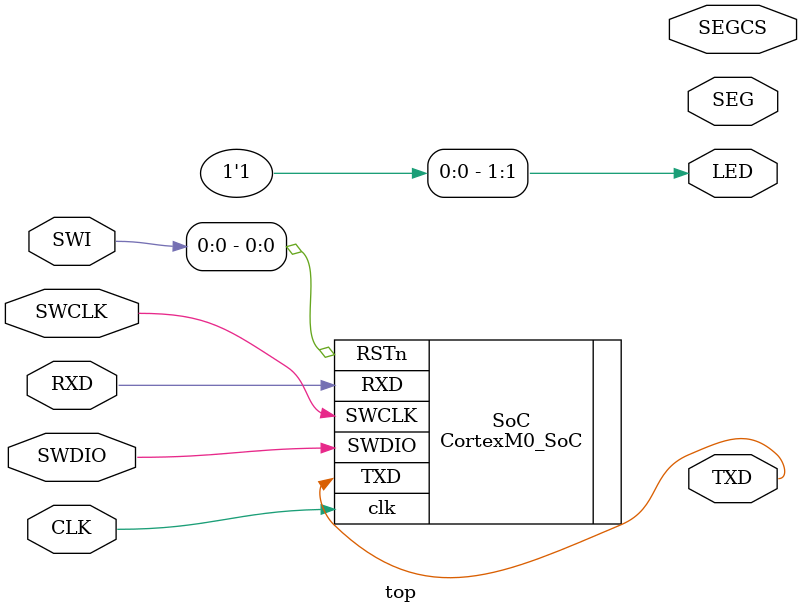
<source format=v>
/*** 顶层模块 ***/
module top
(
    input       CLK,            //系统时钟
    input[7:0]  SWI,            //8个开关
    output[7:0] LED,            //8个发光二极管
    output[7:0] SEG,            //八段数码管
    output[3:0] SEGCS,          //八段数码管的位选
    inout       SWDIO,          //SW调试接口 数据
    input       SWCLK,          //SW调试接口 时钟
    output      TXD,            //UART串口 输出TX
    input       RXD             //UART串口 输入RX
);

CortexM0_SoC SoC
(
    .clk(CLK),
    .RSTn(SWI[0]),
    .SWDIO(SWDIO),
    .SWCLK(SWCLK),
    .TXD(TXD),
    .RXD(RXD)
);

assign LED[1]= 1'b1;

endmodule
</source>
